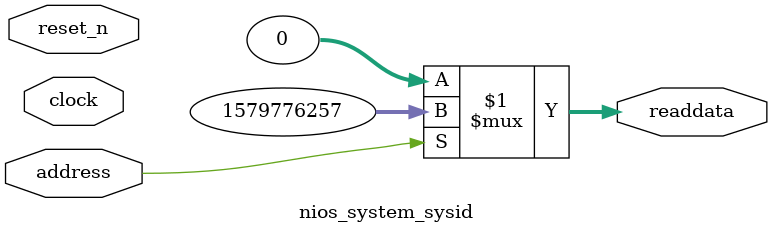
<source format=v>

`timescale 1ns / 1ps
// synthesis translate_on

// turn off superfluous verilog processor warnings 
// altera message_level Level1 
// altera message_off 10034 10035 10036 10037 10230 10240 10030 

module nios_system_sysid (
               // inputs:
                address,
                clock,
                reset_n,

               // outputs:
                readdata
             )
;

  output  [ 31: 0] readdata;
  input            address;
  input            clock;
  input            reset_n;

  wire    [ 31: 0] readdata;
  //control_slave, which is an e_avalon_slave
  assign readdata = address ? 1579776257 : 0;

endmodule




</source>
